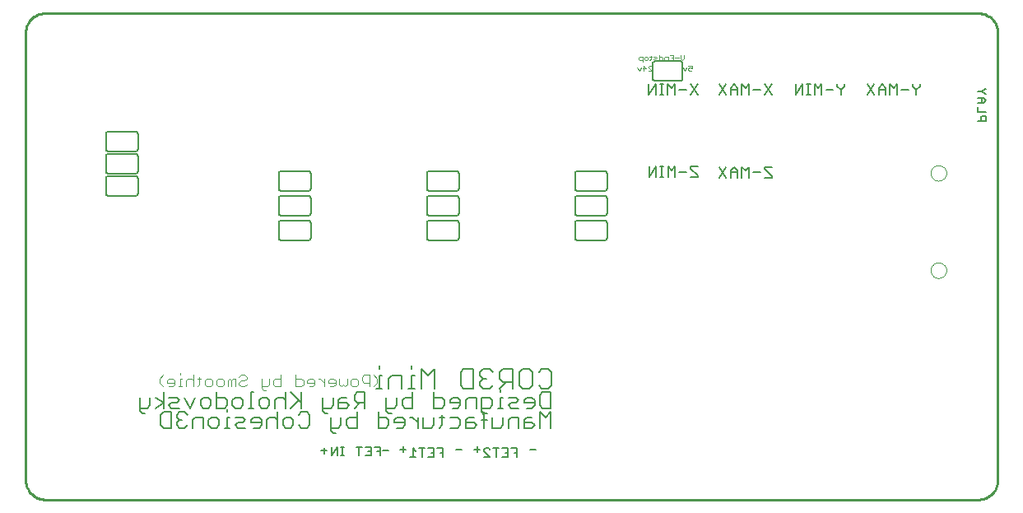
<source format=gbo>
G75*
G70*
%OFA0B0*%
%FSLAX24Y24*%
%IPPOS*%
%LPD*%
%AMOC8*
5,1,8,0,0,1.08239X$1,22.5*
%
%ADD10C,0.0100*%
%ADD11C,0.0070*%
%ADD12C,0.0020*%
%ADD13C,0.0050*%
%ADD14C,0.0040*%
%ADD15C,0.0060*%
%ADD16C,0.0000*%
D10*
X003080Y001725D02*
X003080Y019835D01*
X003082Y019889D01*
X003087Y019942D01*
X003096Y019995D01*
X003109Y020047D01*
X003125Y020099D01*
X003145Y020149D01*
X003168Y020197D01*
X003195Y020244D01*
X003224Y020289D01*
X003257Y020332D01*
X003292Y020372D01*
X003330Y020410D01*
X003370Y020445D01*
X003413Y020478D01*
X003458Y020507D01*
X003505Y020534D01*
X003553Y020557D01*
X003603Y020577D01*
X003655Y020593D01*
X003707Y020606D01*
X003760Y020615D01*
X003813Y020620D01*
X003867Y020622D01*
X041663Y020622D01*
X041717Y020620D01*
X041770Y020615D01*
X041823Y020606D01*
X041875Y020593D01*
X041927Y020577D01*
X041977Y020557D01*
X042025Y020534D01*
X042072Y020507D01*
X042117Y020478D01*
X042160Y020445D01*
X042200Y020410D01*
X042238Y020372D01*
X042273Y020332D01*
X042306Y020289D01*
X042335Y020244D01*
X042362Y020197D01*
X042385Y020149D01*
X042405Y020099D01*
X042421Y020047D01*
X042434Y019995D01*
X042443Y019942D01*
X042448Y019889D01*
X042450Y019835D01*
X042450Y001725D01*
X042448Y001671D01*
X042443Y001618D01*
X042434Y001565D01*
X042421Y001513D01*
X042405Y001461D01*
X042385Y001411D01*
X042362Y001363D01*
X042335Y001316D01*
X042306Y001271D01*
X042273Y001228D01*
X042238Y001188D01*
X042200Y001150D01*
X042160Y001115D01*
X042117Y001082D01*
X042072Y001053D01*
X042025Y001026D01*
X041977Y001003D01*
X041927Y000983D01*
X041875Y000967D01*
X041823Y000954D01*
X041770Y000945D01*
X041717Y000940D01*
X041663Y000938D01*
X041663Y000937D02*
X003867Y000937D01*
X003867Y000938D02*
X003813Y000940D01*
X003760Y000945D01*
X003707Y000954D01*
X003655Y000967D01*
X003603Y000983D01*
X003553Y001003D01*
X003505Y001026D01*
X003458Y001053D01*
X003413Y001082D01*
X003370Y001115D01*
X003330Y001150D01*
X003292Y001188D01*
X003257Y001228D01*
X003224Y001271D01*
X003195Y001316D01*
X003168Y001363D01*
X003145Y001411D01*
X003125Y001461D01*
X003109Y001513D01*
X003096Y001565D01*
X003087Y001618D01*
X003082Y001671D01*
X003080Y001725D01*
D11*
X017262Y005441D02*
X017526Y005441D01*
X017394Y005441D02*
X017394Y005968D01*
X017526Y005968D01*
X017394Y006232D02*
X017394Y006364D01*
X017922Y005968D02*
X017791Y005836D01*
X017791Y005441D01*
X018318Y005441D02*
X018318Y005968D01*
X017922Y005968D01*
X018714Y005968D02*
X018714Y005441D01*
X018846Y005441D02*
X018582Y005441D01*
X019110Y005441D02*
X019110Y006232D01*
X019374Y005968D01*
X019637Y006232D01*
X019637Y005441D01*
X020694Y005573D02*
X020826Y005441D01*
X021221Y005441D01*
X021221Y006232D01*
X020826Y006232D01*
X020694Y006100D01*
X020694Y005573D01*
X021486Y005573D02*
X021618Y005441D01*
X021881Y005441D01*
X022013Y005573D01*
X022278Y005441D02*
X022541Y005705D01*
X022410Y005705D02*
X022805Y005705D01*
X023070Y005573D02*
X023070Y006100D01*
X023202Y006232D01*
X023465Y006232D01*
X023597Y006100D01*
X023597Y005573D01*
X023465Y005441D01*
X023202Y005441D01*
X023070Y005573D01*
X022805Y005441D02*
X022805Y006232D01*
X022410Y006232D01*
X022278Y006100D01*
X022278Y005836D01*
X022410Y005705D01*
X022013Y006100D02*
X021881Y006232D01*
X021618Y006232D01*
X021486Y006100D01*
X021486Y005968D01*
X021618Y005836D01*
X021486Y005705D01*
X021486Y005573D01*
X021618Y005836D02*
X021750Y005836D01*
X023862Y005573D02*
X023993Y005441D01*
X024257Y005441D01*
X024389Y005573D01*
X024389Y006100D01*
X024257Y006232D01*
X023993Y006232D01*
X023862Y006100D01*
X018846Y005968D02*
X018714Y005968D01*
X018714Y006232D02*
X018714Y006364D01*
X028329Y013982D02*
X028329Y014412D01*
X028616Y014412D02*
X028329Y013982D01*
X028616Y013982D02*
X028616Y014412D01*
X028779Y014412D02*
X028923Y014412D01*
X028851Y014412D02*
X028851Y013982D01*
X028923Y013982D02*
X028779Y013982D01*
X029096Y013982D02*
X029096Y014412D01*
X029240Y014269D01*
X029383Y014412D01*
X029383Y013982D01*
X029557Y014197D02*
X029844Y014197D01*
X030017Y014340D02*
X030304Y014054D01*
X030304Y013982D01*
X030017Y013982D01*
X030017Y014340D02*
X030017Y014412D01*
X030304Y014412D01*
X031167Y014393D02*
X031453Y013963D01*
X031627Y013963D02*
X031627Y014250D01*
X031770Y014393D01*
X031914Y014250D01*
X031914Y013963D01*
X032087Y013963D02*
X032087Y014393D01*
X032231Y014250D01*
X032374Y014393D01*
X032374Y013963D01*
X032548Y014178D02*
X032835Y014178D01*
X033008Y014322D02*
X033295Y014035D01*
X033295Y013963D01*
X033008Y013963D01*
X033008Y014322D02*
X033008Y014393D01*
X033295Y014393D01*
X031914Y014178D02*
X031627Y014178D01*
X031453Y014393D02*
X031167Y013963D01*
X031167Y017313D02*
X031453Y017743D01*
X031627Y017600D02*
X031627Y017313D01*
X031453Y017313D02*
X031167Y017743D01*
X031627Y017600D02*
X031770Y017743D01*
X031914Y017600D01*
X031914Y017313D01*
X032087Y017313D02*
X032087Y017743D01*
X032231Y017600D01*
X032374Y017743D01*
X032374Y017313D01*
X032548Y017528D02*
X032835Y017528D01*
X033008Y017313D02*
X033295Y017743D01*
X033008Y017743D02*
X033295Y017313D01*
X034270Y017313D02*
X034270Y017743D01*
X034557Y017743D02*
X034270Y017313D01*
X034557Y017313D02*
X034557Y017743D01*
X034720Y017743D02*
X034864Y017743D01*
X034792Y017743D02*
X034792Y017313D01*
X034864Y017313D02*
X034720Y017313D01*
X035037Y017313D02*
X035037Y017743D01*
X035181Y017600D01*
X035324Y017743D01*
X035324Y017313D01*
X035498Y017528D02*
X035785Y017528D01*
X035958Y017672D02*
X036102Y017528D01*
X036102Y017313D01*
X036102Y017528D02*
X036245Y017672D01*
X036245Y017743D01*
X035958Y017743D02*
X035958Y017672D01*
X037167Y017743D02*
X037453Y017313D01*
X037627Y017313D02*
X037627Y017600D01*
X037770Y017743D01*
X037914Y017600D01*
X037914Y017313D01*
X038087Y017313D02*
X038087Y017743D01*
X038231Y017600D01*
X038374Y017743D01*
X038374Y017313D01*
X038548Y017528D02*
X038835Y017528D01*
X039008Y017672D02*
X039008Y017743D01*
X039008Y017672D02*
X039152Y017528D01*
X039152Y017313D01*
X039152Y017528D02*
X039295Y017672D01*
X039295Y017743D01*
X037914Y017528D02*
X037627Y017528D01*
X037453Y017743D02*
X037167Y017313D01*
X041656Y017202D02*
X041877Y017202D01*
X041987Y017092D01*
X041877Y016982D01*
X041656Y016982D01*
X041656Y016834D02*
X041656Y016613D01*
X041987Y016613D01*
X041932Y016465D02*
X041821Y016465D01*
X041766Y016410D01*
X041766Y016245D01*
X041656Y016245D02*
X041987Y016245D01*
X041987Y016410D01*
X041932Y016465D01*
X041821Y016982D02*
X041821Y017202D01*
X041932Y017350D02*
X041821Y017460D01*
X041656Y017460D01*
X041821Y017460D02*
X041932Y017570D01*
X041987Y017570D01*
X041987Y017350D02*
X041932Y017350D01*
X031914Y017528D02*
X031627Y017528D01*
X030295Y017313D02*
X030008Y017743D01*
X029835Y017528D02*
X029548Y017528D01*
X029374Y017313D02*
X029374Y017743D01*
X029231Y017600D01*
X029087Y017743D01*
X029087Y017313D01*
X028914Y017313D02*
X028770Y017313D01*
X028842Y017313D02*
X028842Y017743D01*
X028914Y017743D02*
X028770Y017743D01*
X028607Y017743D02*
X028320Y017313D01*
X028320Y017743D01*
X028607Y017743D02*
X028607Y017313D01*
X030008Y017313D02*
X030295Y017743D01*
D12*
X030033Y018285D02*
X030070Y018321D01*
X030033Y018285D02*
X029960Y018285D01*
X029923Y018321D01*
X029923Y018395D01*
X029960Y018432D01*
X029997Y018432D01*
X030070Y018395D01*
X030070Y018505D01*
X029923Y018505D01*
X029849Y018432D02*
X029776Y018285D01*
X029702Y018432D01*
X029684Y018722D02*
X029611Y018796D01*
X029611Y018942D01*
X029537Y018832D02*
X029390Y018832D01*
X029316Y018832D02*
X029242Y018832D01*
X029316Y018722D02*
X029169Y018722D01*
X029095Y018722D02*
X029095Y018869D01*
X028984Y018869D01*
X028948Y018832D01*
X028948Y018722D01*
X028874Y018759D02*
X028874Y018832D01*
X028837Y018869D01*
X028727Y018869D01*
X028727Y018942D02*
X028727Y018722D01*
X028837Y018722D01*
X028874Y018759D01*
X028653Y018722D02*
X028542Y018722D01*
X028506Y018759D01*
X028542Y018796D01*
X028616Y018796D01*
X028653Y018832D01*
X028616Y018869D01*
X028506Y018869D01*
X028432Y018869D02*
X028358Y018869D01*
X028395Y018906D02*
X028395Y018759D01*
X028358Y018722D01*
X028284Y018759D02*
X028248Y018722D01*
X028174Y018722D01*
X028137Y018759D01*
X028137Y018832D01*
X028174Y018869D01*
X028248Y018869D01*
X028284Y018832D01*
X028284Y018759D01*
X028063Y018722D02*
X027953Y018722D01*
X027916Y018759D01*
X027916Y018832D01*
X027953Y018869D01*
X028063Y018869D01*
X028063Y018649D01*
X028114Y018505D02*
X028224Y018395D01*
X028077Y018395D01*
X028003Y018432D02*
X027930Y018285D01*
X027856Y018432D01*
X028114Y018505D02*
X028114Y018285D01*
X028298Y018285D02*
X028445Y018285D01*
X028298Y018432D01*
X028298Y018468D01*
X028335Y018505D01*
X028408Y018505D01*
X028445Y018468D01*
X029316Y018722D02*
X029316Y018942D01*
X029169Y018942D01*
X029684Y018722D02*
X029758Y018796D01*
X029758Y018942D01*
D13*
X023743Y002962D02*
X023509Y002962D01*
X022993Y003013D02*
X022759Y003013D01*
X022624Y003013D02*
X022624Y002662D01*
X022391Y002662D01*
X022507Y002837D02*
X022624Y002837D01*
X022624Y003013D02*
X022391Y003013D01*
X022256Y003013D02*
X022022Y003013D01*
X022139Y003013D02*
X022139Y002662D01*
X021888Y002662D02*
X021654Y002896D01*
X021654Y002954D01*
X021712Y003013D01*
X021829Y003013D01*
X021888Y002954D01*
X021493Y002962D02*
X021259Y002962D01*
X021376Y002846D02*
X021376Y003079D01*
X021654Y002662D02*
X021888Y002662D01*
X022876Y002837D02*
X022993Y002837D01*
X022993Y002662D02*
X022993Y003013D01*
X020743Y002962D02*
X020509Y002962D01*
X019993Y003013D02*
X019759Y003013D01*
X019624Y003013D02*
X019624Y002662D01*
X019391Y002662D01*
X019507Y002837D02*
X019624Y002837D01*
X019624Y003013D02*
X019391Y003013D01*
X019256Y003013D02*
X019022Y003013D01*
X019139Y003013D02*
X019139Y002662D01*
X018888Y002662D02*
X018654Y002662D01*
X018771Y002662D02*
X018771Y003013D01*
X018888Y002896D01*
X018493Y002962D02*
X018259Y002962D01*
X018376Y002846D02*
X018376Y003079D01*
X017793Y002912D02*
X017559Y002912D01*
X017443Y002887D02*
X017326Y002887D01*
X017443Y002712D02*
X017443Y003063D01*
X017209Y003063D01*
X017074Y003063D02*
X017074Y002712D01*
X016841Y002712D01*
X016957Y002887D02*
X017074Y002887D01*
X017074Y003063D02*
X016841Y003063D01*
X016706Y003063D02*
X016472Y003063D01*
X016589Y003063D02*
X016589Y002712D01*
X015969Y002712D02*
X015852Y002712D01*
X015911Y002712D02*
X015911Y003063D01*
X015969Y003063D02*
X015852Y003063D01*
X015724Y003063D02*
X015490Y002712D01*
X015490Y003063D01*
X015724Y003063D02*
X015724Y002712D01*
X015293Y002912D02*
X015059Y002912D01*
X015176Y002796D02*
X015176Y003029D01*
X019876Y002837D02*
X019993Y002837D01*
X019993Y002662D02*
X019993Y003013D01*
D14*
X017323Y005673D02*
X017169Y005520D01*
X017016Y005520D02*
X017016Y005980D01*
X016785Y005980D01*
X016709Y005903D01*
X016709Y005750D01*
X016785Y005673D01*
X017016Y005673D01*
X017323Y005673D02*
X017323Y005827D01*
X017169Y005980D01*
X016555Y005750D02*
X016555Y005597D01*
X016478Y005520D01*
X016325Y005520D01*
X016248Y005597D01*
X016248Y005750D01*
X016325Y005827D01*
X016478Y005827D01*
X016555Y005750D01*
X016095Y005827D02*
X016095Y005597D01*
X016018Y005520D01*
X015941Y005597D01*
X015865Y005520D01*
X015788Y005597D01*
X015788Y005827D01*
X015634Y005750D02*
X015558Y005827D01*
X015404Y005827D01*
X015327Y005750D01*
X015327Y005673D01*
X015634Y005673D01*
X015634Y005597D02*
X015634Y005750D01*
X015634Y005597D02*
X015558Y005520D01*
X015404Y005520D01*
X015174Y005520D02*
X015174Y005827D01*
X015021Y005827D02*
X014944Y005827D01*
X015021Y005827D02*
X015174Y005673D01*
X014790Y005673D02*
X014483Y005673D01*
X014483Y005750D01*
X014560Y005827D01*
X014714Y005827D01*
X014790Y005750D01*
X014790Y005597D01*
X014714Y005520D01*
X014560Y005520D01*
X014330Y005597D02*
X014330Y005750D01*
X014253Y005827D01*
X014023Y005827D01*
X014023Y005980D02*
X014023Y005520D01*
X014253Y005520D01*
X014330Y005597D01*
X013409Y005520D02*
X013409Y005980D01*
X013409Y005827D02*
X013179Y005827D01*
X013102Y005750D01*
X013102Y005597D01*
X013179Y005520D01*
X013409Y005520D01*
X012949Y005597D02*
X012949Y005827D01*
X012949Y005597D02*
X012872Y005520D01*
X012642Y005520D01*
X012642Y005443D02*
X012719Y005366D01*
X012795Y005366D01*
X012642Y005443D02*
X012642Y005827D01*
X012028Y005827D02*
X011951Y005750D01*
X011798Y005750D01*
X011721Y005673D01*
X011721Y005597D01*
X011798Y005520D01*
X011951Y005520D01*
X012028Y005597D01*
X012028Y005827D02*
X012028Y005903D01*
X011951Y005980D01*
X011798Y005980D01*
X011721Y005903D01*
X011568Y005827D02*
X011491Y005827D01*
X011414Y005750D01*
X011337Y005827D01*
X011261Y005750D01*
X011261Y005520D01*
X011414Y005520D02*
X011414Y005750D01*
X011568Y005827D02*
X011568Y005520D01*
X011107Y005597D02*
X011107Y005750D01*
X011030Y005827D01*
X010877Y005827D01*
X010800Y005750D01*
X010800Y005597D01*
X010877Y005520D01*
X011030Y005520D01*
X011107Y005597D01*
X010647Y005597D02*
X010647Y005750D01*
X010570Y005827D01*
X010417Y005827D01*
X010340Y005750D01*
X010340Y005597D01*
X010417Y005520D01*
X010570Y005520D01*
X010647Y005597D01*
X010186Y005827D02*
X010033Y005827D01*
X010110Y005903D02*
X010110Y005597D01*
X010033Y005520D01*
X009879Y005520D02*
X009879Y005980D01*
X009803Y005827D02*
X009649Y005827D01*
X009573Y005750D01*
X009573Y005520D01*
X009419Y005520D02*
X009266Y005520D01*
X009342Y005520D02*
X009342Y005827D01*
X009419Y005827D01*
X009342Y005980D02*
X009342Y006057D01*
X009035Y005827D02*
X008882Y005827D01*
X008805Y005750D01*
X008805Y005673D01*
X009112Y005673D01*
X009112Y005597D02*
X009112Y005750D01*
X009035Y005827D01*
X009112Y005597D02*
X009035Y005520D01*
X008882Y005520D01*
X008652Y005520D02*
X008498Y005673D01*
X008498Y005827D01*
X008652Y005980D01*
X009803Y005827D02*
X009879Y005750D01*
D15*
X010811Y005277D02*
X010811Y004636D01*
X011131Y004636D01*
X011238Y004743D01*
X011238Y004956D01*
X011131Y005063D01*
X010811Y005063D01*
X010593Y004956D02*
X010593Y004743D01*
X010487Y004636D01*
X010273Y004636D01*
X010166Y004743D01*
X010166Y004956D01*
X010273Y005063D01*
X010487Y005063D01*
X010593Y004956D01*
X009949Y005063D02*
X009735Y004636D01*
X009522Y005063D01*
X009304Y004956D02*
X009198Y004850D01*
X008984Y004850D01*
X008877Y004743D01*
X008984Y004636D01*
X009304Y004636D01*
X009306Y004477D02*
X009200Y004370D01*
X009200Y004263D01*
X009306Y004156D01*
X009200Y004050D01*
X009200Y003943D01*
X009306Y003836D01*
X009520Y003836D01*
X009627Y003943D01*
X009844Y003836D02*
X009844Y004156D01*
X009951Y004263D01*
X010271Y004263D01*
X010271Y003836D01*
X010489Y003943D02*
X010489Y004156D01*
X010595Y004263D01*
X010809Y004263D01*
X010916Y004156D01*
X010916Y003943D01*
X010809Y003836D01*
X010595Y003836D01*
X010489Y003943D01*
X011132Y003836D02*
X011345Y003836D01*
X011239Y003836D02*
X011239Y004263D01*
X011345Y004263D01*
X011563Y004263D02*
X011883Y004263D01*
X011990Y004156D01*
X011883Y004050D01*
X011670Y004050D01*
X011563Y003943D01*
X011670Y003836D01*
X011990Y003836D01*
X012207Y004050D02*
X012634Y004050D01*
X012634Y004156D02*
X012528Y004263D01*
X012314Y004263D01*
X012207Y004156D01*
X012207Y004050D01*
X012314Y003836D02*
X012528Y003836D01*
X012634Y003943D01*
X012634Y004156D01*
X012852Y004156D02*
X012852Y003836D01*
X012852Y004156D02*
X012959Y004263D01*
X013172Y004263D01*
X013279Y004156D01*
X013496Y004156D02*
X013496Y003943D01*
X013603Y003836D01*
X013817Y003836D01*
X013924Y003943D01*
X013924Y004156D01*
X013817Y004263D01*
X013603Y004263D01*
X013496Y004156D01*
X013279Y003836D02*
X013279Y004477D01*
X013174Y004636D02*
X013174Y004956D01*
X013281Y005063D01*
X013494Y005063D01*
X013601Y004956D01*
X013601Y004636D02*
X013601Y005277D01*
X013819Y005277D02*
X014246Y004850D01*
X014139Y004956D02*
X013819Y004636D01*
X014141Y004370D02*
X014248Y004477D01*
X014461Y004477D01*
X014568Y004370D01*
X014568Y003943D01*
X014461Y003836D01*
X014248Y003836D01*
X014141Y003943D01*
X015108Y004529D02*
X015215Y004423D01*
X015321Y004423D01*
X015430Y004263D02*
X015430Y003729D01*
X015537Y003623D01*
X015644Y003623D01*
X015750Y003836D02*
X015430Y003836D01*
X015750Y003836D02*
X015857Y003943D01*
X015857Y004263D01*
X016075Y004156D02*
X016181Y004263D01*
X016502Y004263D01*
X016502Y004477D02*
X016502Y003836D01*
X016181Y003836D01*
X016075Y003943D01*
X016075Y004156D01*
X015108Y004529D02*
X015108Y005063D01*
X015535Y005063D02*
X015535Y004743D01*
X015428Y004636D01*
X015108Y004636D01*
X015752Y004636D02*
X015752Y004956D01*
X015859Y005063D01*
X016073Y005063D01*
X016073Y004850D02*
X015752Y004850D01*
X015752Y004636D02*
X016073Y004636D01*
X016179Y004743D01*
X016073Y004850D01*
X016397Y004956D02*
X016397Y005170D01*
X016504Y005277D01*
X016824Y005277D01*
X016824Y004636D01*
X016824Y004850D02*
X016504Y004850D01*
X016397Y004956D01*
X016610Y004850D02*
X016397Y004636D01*
X017364Y004477D02*
X017364Y003836D01*
X017684Y003836D01*
X017791Y003943D01*
X017791Y004156D01*
X017684Y004263D01*
X017364Y004263D01*
X017686Y004529D02*
X017793Y004423D01*
X017900Y004423D01*
X018006Y004636D02*
X017686Y004636D01*
X017686Y004529D02*
X017686Y005063D01*
X018113Y005063D02*
X018113Y004743D01*
X018006Y004636D01*
X018331Y004743D02*
X018331Y004956D01*
X018437Y005063D01*
X018758Y005063D01*
X018758Y005277D02*
X018758Y004636D01*
X018437Y004636D01*
X018331Y004743D01*
X018329Y004263D02*
X018115Y004263D01*
X018008Y004156D01*
X018008Y004050D01*
X018435Y004050D01*
X018435Y004156D02*
X018329Y004263D01*
X018435Y004156D02*
X018435Y003943D01*
X018329Y003836D01*
X018115Y003836D01*
X018759Y004263D02*
X018973Y004050D01*
X018973Y004263D02*
X018973Y003836D01*
X019190Y003836D02*
X019190Y004263D01*
X019617Y004263D02*
X019617Y003943D01*
X019510Y003836D01*
X019190Y003836D01*
X019833Y003836D02*
X019940Y003943D01*
X019940Y004370D01*
X020047Y004263D02*
X019833Y004263D01*
X020264Y004263D02*
X020585Y004263D01*
X020691Y004156D01*
X020691Y003943D01*
X020585Y003836D01*
X020264Y003836D01*
X020909Y003836D02*
X021229Y003836D01*
X021336Y003943D01*
X021229Y004050D01*
X020909Y004050D01*
X020909Y004156D02*
X020909Y003836D01*
X020909Y004156D02*
X021016Y004263D01*
X021229Y004263D01*
X021552Y004156D02*
X021766Y004156D01*
X021659Y004370D02*
X021659Y003836D01*
X021983Y003836D02*
X021983Y004263D01*
X021767Y004423D02*
X021660Y004423D01*
X021553Y004529D01*
X021553Y005063D01*
X021874Y005063D01*
X021980Y004956D01*
X021980Y004743D01*
X021874Y004636D01*
X021553Y004636D01*
X021552Y004477D02*
X021659Y004370D01*
X021336Y004636D02*
X021336Y005063D01*
X021016Y005063D01*
X020909Y004956D01*
X020909Y004636D01*
X020691Y004743D02*
X020691Y004956D01*
X020585Y005063D01*
X020371Y005063D01*
X020264Y004956D01*
X020264Y004850D01*
X020691Y004850D01*
X020691Y004743D02*
X020585Y004636D01*
X020371Y004636D01*
X020047Y004743D02*
X020047Y004956D01*
X019940Y005063D01*
X019620Y005063D01*
X019620Y005277D02*
X019620Y004636D01*
X019940Y004636D01*
X020047Y004743D01*
X018759Y004263D02*
X018652Y004263D01*
X021983Y003836D02*
X022303Y003836D01*
X022410Y003943D01*
X022410Y004263D01*
X022628Y004156D02*
X022734Y004263D01*
X023055Y004263D01*
X023055Y003836D01*
X023272Y003836D02*
X023272Y004156D01*
X023379Y004263D01*
X023592Y004263D01*
X023592Y004050D02*
X023272Y004050D01*
X023272Y003836D02*
X023592Y003836D01*
X023699Y003943D01*
X023592Y004050D01*
X023917Y003836D02*
X023917Y004477D01*
X024130Y004263D01*
X024344Y004477D01*
X024344Y003836D01*
X024344Y004636D02*
X024023Y004636D01*
X023917Y004743D01*
X023917Y005170D01*
X024023Y005277D01*
X024344Y005277D01*
X024344Y004636D01*
X023699Y004743D02*
X023699Y004956D01*
X023592Y005063D01*
X023379Y005063D01*
X023272Y004956D01*
X023272Y004850D01*
X023699Y004850D01*
X023699Y004743D02*
X023592Y004636D01*
X023379Y004636D01*
X023055Y004636D02*
X022734Y004636D01*
X022628Y004743D01*
X022734Y004850D01*
X022948Y004850D01*
X023055Y004956D01*
X022948Y005063D01*
X022628Y005063D01*
X022410Y005063D02*
X022303Y005063D01*
X022303Y004636D01*
X022197Y004636D02*
X022410Y004636D01*
X022628Y004156D02*
X022628Y003836D01*
X022303Y005277D02*
X022303Y005383D01*
X014246Y005277D02*
X014246Y004636D01*
X012957Y004743D02*
X012850Y004636D01*
X012636Y004636D01*
X012530Y004743D01*
X012530Y004956D01*
X012636Y005063D01*
X012850Y005063D01*
X012957Y004956D01*
X012957Y004743D01*
X012312Y004636D02*
X012099Y004636D01*
X012205Y004636D02*
X012205Y005277D01*
X012312Y005277D01*
X011882Y004956D02*
X011776Y005063D01*
X011562Y005063D01*
X011455Y004956D01*
X011455Y004743D01*
X011562Y004636D01*
X011776Y004636D01*
X011882Y004743D01*
X011882Y004956D01*
X011239Y004583D02*
X011239Y004477D01*
X009627Y004370D02*
X009520Y004477D01*
X009306Y004477D01*
X008982Y004477D02*
X008662Y004477D01*
X008555Y004370D01*
X008555Y003943D01*
X008662Y003836D01*
X008982Y003836D01*
X008982Y004477D01*
X008660Y004636D02*
X008660Y005277D01*
X008877Y005063D02*
X009198Y005063D01*
X009304Y004956D01*
X008660Y004850D02*
X008339Y005063D01*
X008123Y005063D02*
X008123Y004743D01*
X008016Y004636D01*
X007696Y004636D01*
X007696Y004529D02*
X007802Y004423D01*
X007909Y004423D01*
X007696Y004529D02*
X007696Y005063D01*
X008339Y004636D02*
X008660Y004850D01*
X009306Y004156D02*
X009413Y004156D01*
X013430Y011437D02*
X014530Y011437D01*
X014547Y011439D01*
X014564Y011443D01*
X014580Y011450D01*
X014594Y011460D01*
X014607Y011473D01*
X014617Y011487D01*
X014624Y011503D01*
X014628Y011520D01*
X014630Y011537D01*
X014630Y012137D01*
X014628Y012154D01*
X014624Y012171D01*
X014617Y012187D01*
X014607Y012201D01*
X014594Y012214D01*
X014580Y012224D01*
X014564Y012231D01*
X014547Y012235D01*
X014530Y012237D01*
X013430Y012237D01*
X013413Y012235D01*
X013396Y012231D01*
X013380Y012224D01*
X013366Y012214D01*
X013353Y012201D01*
X013343Y012187D01*
X013336Y012171D01*
X013332Y012154D01*
X013330Y012137D01*
X013330Y011537D01*
X013332Y011520D01*
X013336Y011503D01*
X013343Y011487D01*
X013353Y011473D01*
X013366Y011460D01*
X013380Y011450D01*
X013396Y011443D01*
X013413Y011439D01*
X013430Y011437D01*
X013430Y012437D02*
X014530Y012437D01*
X014547Y012439D01*
X014564Y012443D01*
X014580Y012450D01*
X014594Y012460D01*
X014607Y012473D01*
X014617Y012487D01*
X014624Y012503D01*
X014628Y012520D01*
X014630Y012537D01*
X014630Y013137D01*
X014628Y013154D01*
X014624Y013171D01*
X014617Y013187D01*
X014607Y013201D01*
X014594Y013214D01*
X014580Y013224D01*
X014564Y013231D01*
X014547Y013235D01*
X014530Y013237D01*
X013430Y013237D01*
X013413Y013235D01*
X013396Y013231D01*
X013380Y013224D01*
X013366Y013214D01*
X013353Y013201D01*
X013343Y013187D01*
X013336Y013171D01*
X013332Y013154D01*
X013330Y013137D01*
X013330Y012537D01*
X013332Y012520D01*
X013336Y012503D01*
X013343Y012487D01*
X013353Y012473D01*
X013366Y012460D01*
X013380Y012450D01*
X013396Y012443D01*
X013413Y012439D01*
X013430Y012437D01*
X013430Y013437D02*
X014530Y013437D01*
X014547Y013439D01*
X014564Y013443D01*
X014580Y013450D01*
X014594Y013460D01*
X014607Y013473D01*
X014617Y013487D01*
X014624Y013503D01*
X014628Y013520D01*
X014630Y013537D01*
X014630Y014137D01*
X014628Y014154D01*
X014624Y014171D01*
X014617Y014187D01*
X014607Y014201D01*
X014594Y014214D01*
X014580Y014224D01*
X014564Y014231D01*
X014547Y014235D01*
X014530Y014237D01*
X013430Y014237D01*
X013413Y014235D01*
X013396Y014231D01*
X013380Y014224D01*
X013366Y014214D01*
X013353Y014201D01*
X013343Y014187D01*
X013336Y014171D01*
X013332Y014154D01*
X013330Y014137D01*
X013330Y013537D01*
X013332Y013520D01*
X013336Y013503D01*
X013343Y013487D01*
X013353Y013473D01*
X013366Y013460D01*
X013380Y013450D01*
X013396Y013443D01*
X013413Y013439D01*
X013430Y013437D01*
X007630Y013337D02*
X007630Y013937D01*
X007628Y013954D01*
X007624Y013971D01*
X007617Y013987D01*
X007607Y014001D01*
X007594Y014014D01*
X007580Y014024D01*
X007564Y014031D01*
X007547Y014035D01*
X007530Y014037D01*
X006430Y014037D01*
X006413Y014035D01*
X006396Y014031D01*
X006380Y014024D01*
X006366Y014014D01*
X006353Y014001D01*
X006343Y013987D01*
X006336Y013971D01*
X006332Y013954D01*
X006330Y013937D01*
X006330Y013337D01*
X006332Y013320D01*
X006336Y013303D01*
X006343Y013287D01*
X006353Y013273D01*
X006366Y013260D01*
X006380Y013250D01*
X006396Y013243D01*
X006413Y013239D01*
X006430Y013237D01*
X007530Y013237D01*
X007547Y013239D01*
X007564Y013243D01*
X007580Y013250D01*
X007594Y013260D01*
X007607Y013273D01*
X007617Y013287D01*
X007624Y013303D01*
X007628Y013320D01*
X007630Y013337D01*
X007530Y014137D02*
X006430Y014137D01*
X006413Y014139D01*
X006396Y014143D01*
X006380Y014150D01*
X006366Y014160D01*
X006353Y014173D01*
X006343Y014187D01*
X006336Y014203D01*
X006332Y014220D01*
X006330Y014237D01*
X006330Y014837D01*
X006332Y014854D01*
X006336Y014871D01*
X006343Y014887D01*
X006353Y014901D01*
X006366Y014914D01*
X006380Y014924D01*
X006396Y014931D01*
X006413Y014935D01*
X006430Y014937D01*
X007530Y014937D01*
X007547Y014935D01*
X007564Y014931D01*
X007580Y014924D01*
X007594Y014914D01*
X007607Y014901D01*
X007617Y014887D01*
X007624Y014871D01*
X007628Y014854D01*
X007630Y014837D01*
X007630Y014237D01*
X007628Y014220D01*
X007624Y014203D01*
X007617Y014187D01*
X007607Y014173D01*
X007594Y014160D01*
X007580Y014150D01*
X007564Y014143D01*
X007547Y014139D01*
X007530Y014137D01*
X007530Y015037D02*
X006430Y015037D01*
X006413Y015039D01*
X006396Y015043D01*
X006380Y015050D01*
X006366Y015060D01*
X006353Y015073D01*
X006343Y015087D01*
X006336Y015103D01*
X006332Y015120D01*
X006330Y015137D01*
X006330Y015737D01*
X006332Y015754D01*
X006336Y015771D01*
X006343Y015787D01*
X006353Y015801D01*
X006366Y015814D01*
X006380Y015824D01*
X006396Y015831D01*
X006413Y015835D01*
X006430Y015837D01*
X007530Y015837D01*
X007547Y015835D01*
X007564Y015831D01*
X007580Y015824D01*
X007594Y015814D01*
X007607Y015801D01*
X007617Y015787D01*
X007624Y015771D01*
X007628Y015754D01*
X007630Y015737D01*
X007630Y015137D01*
X007628Y015120D01*
X007624Y015103D01*
X007617Y015087D01*
X007607Y015073D01*
X007594Y015060D01*
X007580Y015050D01*
X007564Y015043D01*
X007547Y015039D01*
X007530Y015037D01*
X019330Y014137D02*
X019330Y013537D01*
X019332Y013520D01*
X019336Y013503D01*
X019343Y013487D01*
X019353Y013473D01*
X019366Y013460D01*
X019380Y013450D01*
X019396Y013443D01*
X019413Y013439D01*
X019430Y013437D01*
X020530Y013437D01*
X020547Y013439D01*
X020564Y013443D01*
X020580Y013450D01*
X020594Y013460D01*
X020607Y013473D01*
X020617Y013487D01*
X020624Y013503D01*
X020628Y013520D01*
X020630Y013537D01*
X020630Y014137D01*
X020628Y014154D01*
X020624Y014171D01*
X020617Y014187D01*
X020607Y014201D01*
X020594Y014214D01*
X020580Y014224D01*
X020564Y014231D01*
X020547Y014235D01*
X020530Y014237D01*
X019430Y014237D01*
X019413Y014235D01*
X019396Y014231D01*
X019380Y014224D01*
X019366Y014214D01*
X019353Y014201D01*
X019343Y014187D01*
X019336Y014171D01*
X019332Y014154D01*
X019330Y014137D01*
X019430Y013237D02*
X020530Y013237D01*
X020547Y013235D01*
X020564Y013231D01*
X020580Y013224D01*
X020594Y013214D01*
X020607Y013201D01*
X020617Y013187D01*
X020624Y013171D01*
X020628Y013154D01*
X020630Y013137D01*
X020630Y012537D01*
X020628Y012520D01*
X020624Y012503D01*
X020617Y012487D01*
X020607Y012473D01*
X020594Y012460D01*
X020580Y012450D01*
X020564Y012443D01*
X020547Y012439D01*
X020530Y012437D01*
X019430Y012437D01*
X019413Y012439D01*
X019396Y012443D01*
X019380Y012450D01*
X019366Y012460D01*
X019353Y012473D01*
X019343Y012487D01*
X019336Y012503D01*
X019332Y012520D01*
X019330Y012537D01*
X019330Y013137D01*
X019332Y013154D01*
X019336Y013171D01*
X019343Y013187D01*
X019353Y013201D01*
X019366Y013214D01*
X019380Y013224D01*
X019396Y013231D01*
X019413Y013235D01*
X019430Y013237D01*
X019430Y012237D02*
X020530Y012237D01*
X020547Y012235D01*
X020564Y012231D01*
X020580Y012224D01*
X020594Y012214D01*
X020607Y012201D01*
X020617Y012187D01*
X020624Y012171D01*
X020628Y012154D01*
X020630Y012137D01*
X020630Y011537D01*
X020628Y011520D01*
X020624Y011503D01*
X020617Y011487D01*
X020607Y011473D01*
X020594Y011460D01*
X020580Y011450D01*
X020564Y011443D01*
X020547Y011439D01*
X020530Y011437D01*
X019430Y011437D01*
X019413Y011439D01*
X019396Y011443D01*
X019380Y011450D01*
X019366Y011460D01*
X019353Y011473D01*
X019343Y011487D01*
X019336Y011503D01*
X019332Y011520D01*
X019330Y011537D01*
X019330Y012137D01*
X019332Y012154D01*
X019336Y012171D01*
X019343Y012187D01*
X019353Y012201D01*
X019366Y012214D01*
X019380Y012224D01*
X019396Y012231D01*
X019413Y012235D01*
X019430Y012237D01*
X025330Y012137D02*
X025330Y011537D01*
X025332Y011520D01*
X025336Y011503D01*
X025343Y011487D01*
X025353Y011473D01*
X025366Y011460D01*
X025380Y011450D01*
X025396Y011443D01*
X025413Y011439D01*
X025430Y011437D01*
X026530Y011437D01*
X026547Y011439D01*
X026564Y011443D01*
X026580Y011450D01*
X026594Y011460D01*
X026607Y011473D01*
X026617Y011487D01*
X026624Y011503D01*
X026628Y011520D01*
X026630Y011537D01*
X026630Y012137D01*
X026628Y012154D01*
X026624Y012171D01*
X026617Y012187D01*
X026607Y012201D01*
X026594Y012214D01*
X026580Y012224D01*
X026564Y012231D01*
X026547Y012235D01*
X026530Y012237D01*
X025430Y012237D01*
X025413Y012235D01*
X025396Y012231D01*
X025380Y012224D01*
X025366Y012214D01*
X025353Y012201D01*
X025343Y012187D01*
X025336Y012171D01*
X025332Y012154D01*
X025330Y012137D01*
X025430Y012437D02*
X026530Y012437D01*
X026547Y012439D01*
X026564Y012443D01*
X026580Y012450D01*
X026594Y012460D01*
X026607Y012473D01*
X026617Y012487D01*
X026624Y012503D01*
X026628Y012520D01*
X026630Y012537D01*
X026630Y013137D01*
X026628Y013154D01*
X026624Y013171D01*
X026617Y013187D01*
X026607Y013201D01*
X026594Y013214D01*
X026580Y013224D01*
X026564Y013231D01*
X026547Y013235D01*
X026530Y013237D01*
X025430Y013237D01*
X025413Y013235D01*
X025396Y013231D01*
X025380Y013224D01*
X025366Y013214D01*
X025353Y013201D01*
X025343Y013187D01*
X025336Y013171D01*
X025332Y013154D01*
X025330Y013137D01*
X025330Y012537D01*
X025332Y012520D01*
X025336Y012503D01*
X025343Y012487D01*
X025353Y012473D01*
X025366Y012460D01*
X025380Y012450D01*
X025396Y012443D01*
X025413Y012439D01*
X025430Y012437D01*
X025430Y013437D02*
X026530Y013437D01*
X026547Y013439D01*
X026564Y013443D01*
X026580Y013450D01*
X026594Y013460D01*
X026607Y013473D01*
X026617Y013487D01*
X026624Y013503D01*
X026628Y013520D01*
X026630Y013537D01*
X026630Y014137D01*
X026628Y014154D01*
X026624Y014171D01*
X026617Y014187D01*
X026607Y014201D01*
X026594Y014214D01*
X026580Y014224D01*
X026564Y014231D01*
X026547Y014235D01*
X026530Y014237D01*
X025430Y014237D01*
X025413Y014235D01*
X025396Y014231D01*
X025380Y014224D01*
X025366Y014214D01*
X025353Y014201D01*
X025343Y014187D01*
X025336Y014171D01*
X025332Y014154D01*
X025330Y014137D01*
X025330Y013537D01*
X025332Y013520D01*
X025336Y013503D01*
X025343Y013487D01*
X025353Y013473D01*
X025366Y013460D01*
X025380Y013450D01*
X025396Y013443D01*
X025413Y013439D01*
X025430Y013437D01*
X028580Y017887D02*
X029580Y017887D01*
X029597Y017889D01*
X029614Y017893D01*
X029630Y017900D01*
X029644Y017910D01*
X029657Y017923D01*
X029667Y017937D01*
X029674Y017953D01*
X029678Y017970D01*
X029680Y017987D01*
X029680Y018587D01*
X029678Y018604D01*
X029674Y018621D01*
X029667Y018637D01*
X029657Y018651D01*
X029644Y018664D01*
X029630Y018674D01*
X029614Y018681D01*
X029597Y018685D01*
X029580Y018687D01*
X028580Y018687D01*
X028563Y018685D01*
X028546Y018681D01*
X028530Y018674D01*
X028516Y018664D01*
X028503Y018651D01*
X028493Y018637D01*
X028486Y018621D01*
X028482Y018604D01*
X028480Y018587D01*
X028480Y017987D01*
X028482Y017970D01*
X028486Y017953D01*
X028493Y017937D01*
X028503Y017923D01*
X028516Y017910D01*
X028530Y017900D01*
X028546Y017893D01*
X028563Y017889D01*
X028580Y017887D01*
D16*
X039739Y014156D02*
X039741Y014191D01*
X039747Y014226D01*
X039757Y014260D01*
X039770Y014293D01*
X039787Y014324D01*
X039808Y014352D01*
X039831Y014379D01*
X039858Y014402D01*
X039886Y014423D01*
X039917Y014440D01*
X039950Y014453D01*
X039984Y014463D01*
X040019Y014469D01*
X040054Y014471D01*
X040089Y014469D01*
X040124Y014463D01*
X040158Y014453D01*
X040191Y014440D01*
X040222Y014423D01*
X040250Y014402D01*
X040277Y014379D01*
X040300Y014352D01*
X040321Y014324D01*
X040338Y014293D01*
X040351Y014260D01*
X040361Y014226D01*
X040367Y014191D01*
X040369Y014156D01*
X040367Y014121D01*
X040361Y014086D01*
X040351Y014052D01*
X040338Y014019D01*
X040321Y013988D01*
X040300Y013960D01*
X040277Y013933D01*
X040250Y013910D01*
X040222Y013889D01*
X040191Y013872D01*
X040158Y013859D01*
X040124Y013849D01*
X040089Y013843D01*
X040054Y013841D01*
X040019Y013843D01*
X039984Y013849D01*
X039950Y013859D01*
X039917Y013872D01*
X039886Y013889D01*
X039858Y013910D01*
X039831Y013933D01*
X039808Y013960D01*
X039787Y013988D01*
X039770Y014019D01*
X039757Y014052D01*
X039747Y014086D01*
X039741Y014121D01*
X039739Y014156D01*
X039739Y010219D02*
X039741Y010254D01*
X039747Y010289D01*
X039757Y010323D01*
X039770Y010356D01*
X039787Y010387D01*
X039808Y010415D01*
X039831Y010442D01*
X039858Y010465D01*
X039886Y010486D01*
X039917Y010503D01*
X039950Y010516D01*
X039984Y010526D01*
X040019Y010532D01*
X040054Y010534D01*
X040089Y010532D01*
X040124Y010526D01*
X040158Y010516D01*
X040191Y010503D01*
X040222Y010486D01*
X040250Y010465D01*
X040277Y010442D01*
X040300Y010415D01*
X040321Y010387D01*
X040338Y010356D01*
X040351Y010323D01*
X040361Y010289D01*
X040367Y010254D01*
X040369Y010219D01*
X040367Y010184D01*
X040361Y010149D01*
X040351Y010115D01*
X040338Y010082D01*
X040321Y010051D01*
X040300Y010023D01*
X040277Y009996D01*
X040250Y009973D01*
X040222Y009952D01*
X040191Y009935D01*
X040158Y009922D01*
X040124Y009912D01*
X040089Y009906D01*
X040054Y009904D01*
X040019Y009906D01*
X039984Y009912D01*
X039950Y009922D01*
X039917Y009935D01*
X039886Y009952D01*
X039858Y009973D01*
X039831Y009996D01*
X039808Y010023D01*
X039787Y010051D01*
X039770Y010082D01*
X039757Y010115D01*
X039747Y010149D01*
X039741Y010184D01*
X039739Y010219D01*
M02*

</source>
